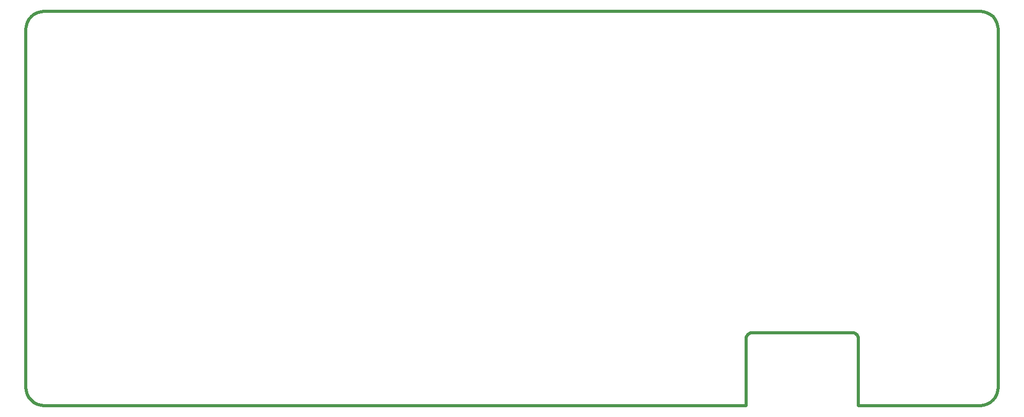
<source format=gko>
G04 Layer_Color=16711935*
%FSAX25Y25*%
%MOIN*%
G70*
G01*
G75*
%ADD47C,0.01969*%
D47*
X0584500Y0117358D02*
Y0349642D01*
Y0117358D02*
X0584727Y0115054D01*
X0585399Y0112838D01*
X0586490Y0110796D01*
X0587959Y0109007D01*
X0589749Y0107538D01*
X0591791Y0106446D01*
X0594007Y0105774D01*
X0596311Y0105547D01*
X1051035D01*
Y0148854D01*
X1051134Y0149730D01*
X1051425Y0150563D01*
X1051894Y0151309D01*
X1052518Y0151932D01*
X1053264Y0152401D01*
X1054096Y0152693D01*
X1054972Y0152791D01*
X1119933D01*
X1120809Y0152693D01*
X1121641Y0152401D01*
X1122388Y0151932D01*
X1123011Y0151309D01*
X1123480Y0150563D01*
X1123771Y0149730D01*
X1123870Y0148854D01*
Y0105547D02*
Y0148854D01*
Y0105547D02*
X1202610D01*
X1204914Y0105774D01*
X1207130Y0106446D01*
X1209172Y0107538D01*
X1210962Y0109007D01*
X1212431Y0110796D01*
X1213522Y0112838D01*
X1214194Y0115054D01*
X1214421Y0117358D01*
Y0349642D01*
X1214194Y0351946D02*
X1214421Y0349642D01*
X1213522Y0354162D02*
X1214194Y0351946D01*
X1212431Y0356204D02*
X1213522Y0354162D01*
X1210962Y0357993D02*
X1212431Y0356204D01*
X1209172Y0359462D02*
X1210962Y0357993D01*
X1207130Y0360554D02*
X1209172Y0359462D01*
X1204914Y0361226D02*
X1207130Y0360554D01*
X1202610Y0361453D02*
X1204914Y0361226D01*
X0596311Y0361453D02*
X1202610D01*
X0594007Y0361226D02*
X0596311Y0361453D01*
X0591791Y0360554D02*
X0594007Y0361226D01*
X0589749Y0359462D02*
X0591791Y0360554D01*
X0587959Y0357993D02*
X0589749Y0359462D01*
X0586490Y0356204D02*
X0587959Y0357993D01*
X0585399Y0354162D02*
X0586490Y0356204D01*
X0584727Y0351946D02*
X0585399Y0354162D01*
X0584500Y0349642D02*
X0584727Y0351946D01*
M02*

</source>
